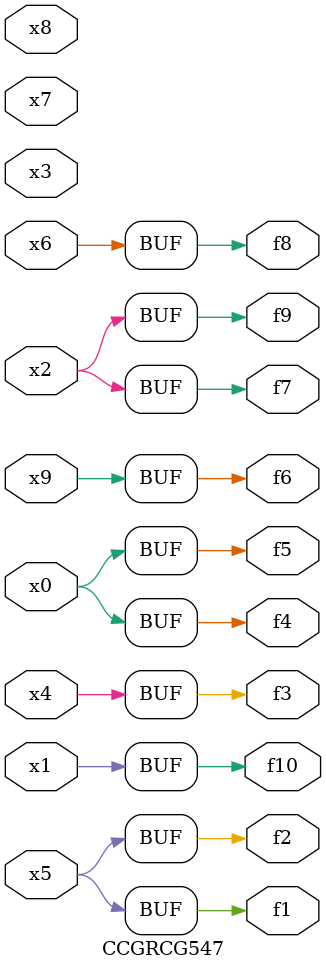
<source format=v>
module CCGRCG547(
	input x0, x1, x2, x3, x4, x5, x6, x7, x8, x9,
	output f1, f2, f3, f4, f5, f6, f7, f8, f9, f10
);
	assign f1 = x5;
	assign f2 = x5;
	assign f3 = x4;
	assign f4 = x0;
	assign f5 = x0;
	assign f6 = x9;
	assign f7 = x2;
	assign f8 = x6;
	assign f9 = x2;
	assign f10 = x1;
endmodule

</source>
